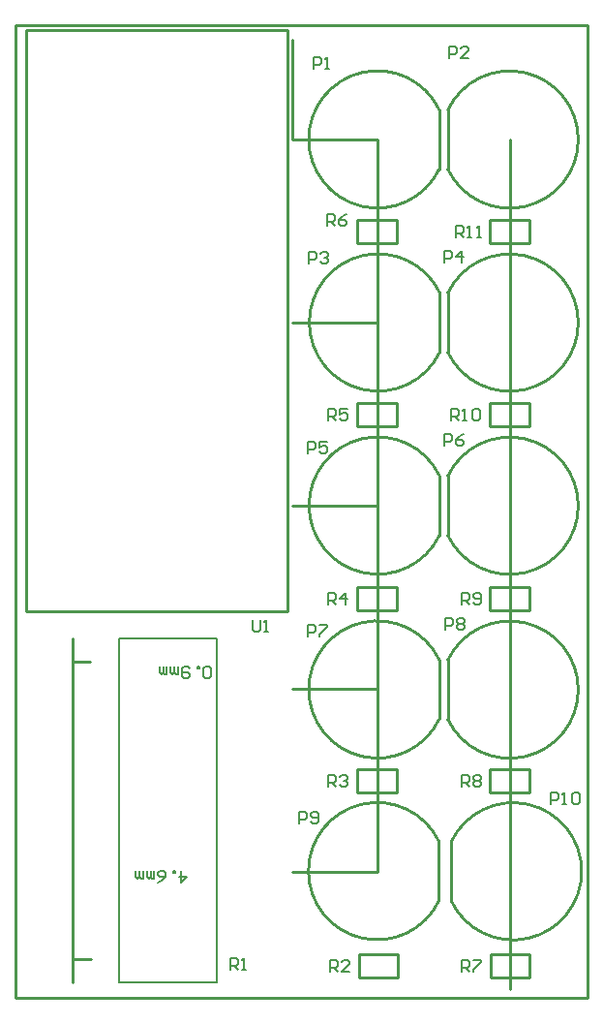
<source format=gto>
G04*
G04 #@! TF.GenerationSoftware,Altium Limited,Altium Designer,19.1.8 (144)*
G04*
G04 Layer_Color=65535*
%FSLAX25Y25*%
%MOIN*%
G70*
G01*
G75*
%ADD10C,0.01000*%
%ADD11C,0.00500*%
%ADD12C,0.00787*%
%ADD13C,0.00800*%
D10*
X542496Y678861D02*
G03*
X542496Y699356I21283J10248D01*
G01*
X539492Y699421D02*
G03*
X539492Y678926I-21283J-10248D01*
G01*
X542496Y615869D02*
G03*
X542496Y636364I21283J10248D01*
G01*
X539689Y636429D02*
G03*
X539689Y615933I-21283J-10248D01*
G01*
X542496Y552877D02*
G03*
X542496Y573372I21283J10248D01*
G01*
X539591Y573437D02*
G03*
X539591Y552941I-21283J-10248D01*
G01*
X542496Y489589D02*
G03*
X542496Y510085I21283J10248D01*
G01*
X539492Y510149D02*
G03*
X539492Y489654I-21283J-10248D01*
G01*
X539394Y447649D02*
G03*
X539394Y427154I-21283J-10248D01*
G01*
X543677Y427089D02*
G03*
X543677Y447585I21283J10248D01*
G01*
X542520Y678872D02*
Y699345D01*
X539468Y678937D02*
Y699409D01*
X542520Y615880D02*
Y636353D01*
X539665Y615945D02*
Y636417D01*
X542520Y552888D02*
Y573361D01*
X539567Y552953D02*
Y573425D01*
X542520Y489601D02*
Y510073D01*
X539468Y489665D02*
Y510138D01*
X539370Y427165D02*
Y447638D01*
X543701Y427101D02*
Y447573D01*
X413189Y399213D02*
Y517323D01*
X413189Y407087D02*
Y509449D01*
Y407087D02*
X419488D01*
X413189Y509449D02*
X419095D01*
X563779Y396654D02*
Y689075D01*
X488976Y437205D02*
X518307D01*
Y500197D01*
X524860Y653480D02*
Y661480D01*
X511360D02*
X524860D01*
X511360Y653480D02*
Y661480D01*
Y653480D02*
X524860D01*
X488976Y500197D02*
X518307D01*
X488976Y689173D02*
X518307D01*
X488976Y626181D02*
X518307D01*
X488976Y563189D02*
X518307D01*
Y626181D02*
Y689173D01*
Y500197D02*
Y563189D01*
Y626181D01*
X488976Y689173D02*
Y723622D01*
X511754Y400724D02*
Y408724D01*
Y400724D02*
X525254D01*
Y408724D01*
X511754D02*
X525254D01*
X557036Y661480D02*
X570536D01*
Y653480D02*
Y661480D01*
X557036Y653480D02*
X570536D01*
X557036D02*
Y661480D01*
Y598488D02*
X570536D01*
Y590488D02*
Y598488D01*
X557036Y590488D02*
X570536D01*
X557036D02*
Y598488D01*
Y535103D02*
X570536D01*
Y527103D02*
Y535103D01*
X557036Y527103D02*
X570536D01*
X557036D02*
Y535103D01*
Y472504D02*
X570536D01*
Y464504D02*
Y472504D01*
X557036Y464504D02*
X570536D01*
X557036D02*
Y472504D01*
X557121Y408724D02*
X570621D01*
Y400724D02*
Y408724D01*
X557121Y400724D02*
X570621D01*
X557121D02*
Y408724D01*
X397362Y726823D02*
X487362D01*
Y526823D02*
Y726823D01*
X397362Y526823D02*
X487362D01*
X397362D02*
Y726823D01*
X511360Y472504D02*
X524860D01*
Y464504D02*
Y472504D01*
X511360Y464504D02*
X524860D01*
X511360D02*
Y472504D01*
Y598488D02*
X524860D01*
Y590488D02*
Y598488D01*
X511360Y590488D02*
X524860D01*
X511360D02*
Y598488D01*
Y535103D02*
X524860D01*
Y527103D02*
Y535103D01*
X511360Y527103D02*
X524860D01*
X511360D02*
Y535103D01*
X393701Y393701D02*
Y728346D01*
X590551D01*
Y393701D02*
Y728346D01*
X393701Y393701D02*
X590551D01*
D11*
X462795Y517323D02*
X462795Y399213D01*
X429331D02*
X462795D01*
X429331D02*
Y517323D01*
X462795D01*
D12*
X450591Y437402D02*
Y433466D01*
X452559Y435434D01*
X449935D01*
X448623Y437402D02*
Y436746D01*
X447967D01*
Y437402D01*
X448623D01*
X442720Y433466D02*
X444032Y434122D01*
X445343Y435434D01*
Y436746D01*
X444688Y437402D01*
X443376D01*
X442720Y436746D01*
Y436090D01*
X443376Y435434D01*
X445343D01*
X441408Y437402D02*
Y434778D01*
X440752D01*
X440096Y435434D01*
Y437402D01*
Y435434D01*
X439440Y434778D01*
X438784Y435434D01*
Y437402D01*
X437472D02*
Y434778D01*
X436816D01*
X436160Y435434D01*
Y437402D01*
Y435434D01*
X435504Y434778D01*
X434848Y435434D01*
Y437402D01*
X460827Y504594D02*
X460171Y503938D01*
X458859D01*
X458203Y504594D01*
Y507218D01*
X458859Y507874D01*
X460171D01*
X460827Y507218D01*
Y504594D01*
X456891Y507874D02*
Y507218D01*
X456235D01*
Y507874D01*
X456891D01*
X453611Y507218D02*
X452955Y507874D01*
X451643D01*
X450987Y507218D01*
Y504594D01*
X451643Y503938D01*
X452955D01*
X453611Y504594D01*
Y505250D01*
X452955Y505906D01*
X450987D01*
X449676Y507874D02*
Y505250D01*
X449019D01*
X448364Y505906D01*
Y507874D01*
Y505906D01*
X447708Y505250D01*
X447052Y505906D01*
Y507874D01*
X445740D02*
Y505250D01*
X445084D01*
X444428Y505906D01*
Y507874D01*
Y505906D01*
X443772Y505250D01*
X443116Y505906D01*
Y507874D01*
D13*
X547156Y402713D02*
Y406712D01*
X549155D01*
X549822Y406046D01*
Y404713D01*
X549155Y404046D01*
X547156D01*
X548489D02*
X549822Y402713D01*
X551155Y406712D02*
X553820D01*
Y406046D01*
X551155Y403380D01*
Y402713D01*
X545107Y655470D02*
Y659469D01*
X547107D01*
X547773Y658802D01*
Y657469D01*
X547107Y656803D01*
X545107D01*
X546440D02*
X547773Y655470D01*
X549106D02*
X550439D01*
X549772D01*
Y659469D01*
X549106Y658802D01*
X552438Y655470D02*
X553771D01*
X553105D01*
Y659469D01*
X552438Y658802D01*
X543720Y592470D02*
Y596469D01*
X545719D01*
X546386Y595802D01*
Y594469D01*
X545719Y593803D01*
X543720D01*
X545053D02*
X546386Y592470D01*
X547719D02*
X549052D01*
X548385D01*
Y596469D01*
X547719Y595802D01*
X551051D02*
X551718Y596469D01*
X553050D01*
X553717Y595802D01*
Y593137D01*
X553050Y592470D01*
X551718D01*
X551051Y593137D01*
Y595802D01*
X547120Y529076D02*
Y533075D01*
X549119D01*
X549786Y532409D01*
Y531076D01*
X549119Y530409D01*
X547120D01*
X548453D02*
X549786Y529076D01*
X551118Y529743D02*
X551785Y529076D01*
X553118D01*
X553784Y529743D01*
Y532409D01*
X553118Y533075D01*
X551785D01*
X551118Y532409D01*
Y531742D01*
X551785Y531076D01*
X553784D01*
X547108Y466476D02*
Y470475D01*
X549107D01*
X549773Y469809D01*
Y468476D01*
X549107Y467809D01*
X547108D01*
X548440D02*
X549773Y466476D01*
X551106Y469809D02*
X551773Y470475D01*
X553106D01*
X553772Y469809D01*
Y469142D01*
X553106Y468476D01*
X553772Y467809D01*
Y467143D01*
X553106Y466476D01*
X551773D01*
X551106Y467143D01*
Y467809D01*
X551773Y468476D01*
X551106Y469142D01*
Y469809D01*
X551773Y468476D02*
X553106D01*
X577756Y460630D02*
Y464629D01*
X579755D01*
X580422Y463962D01*
Y462629D01*
X579755Y461963D01*
X577756D01*
X581755Y460630D02*
X583087D01*
X582421D01*
Y464629D01*
X581755Y463962D01*
X585087D02*
X585753Y464629D01*
X587086D01*
X587753Y463962D01*
Y461296D01*
X587086Y460630D01*
X585753D01*
X585087Y461296D01*
Y463962D01*
X467520Y403543D02*
Y407542D01*
X469519D01*
X470186Y406876D01*
Y405543D01*
X469519Y404876D01*
X467520D01*
X468853D02*
X470186Y403543D01*
X471518D02*
X472851D01*
X472185D01*
Y407542D01*
X471518Y406876D01*
X491339Y453937D02*
Y457936D01*
X493338D01*
X494004Y457269D01*
Y455936D01*
X493338Y455270D01*
X491339D01*
X495337Y454603D02*
X496004Y453937D01*
X497337D01*
X498003Y454603D01*
Y457269D01*
X497337Y457936D01*
X496004D01*
X495337Y457269D01*
Y456603D01*
X496004Y455936D01*
X498003D01*
X494095Y518110D02*
Y522109D01*
X496094D01*
X496760Y521443D01*
Y520110D01*
X496094Y519443D01*
X494095D01*
X498093Y522109D02*
X500759D01*
Y521443D01*
X498093Y518777D01*
Y518110D01*
X501395Y466483D02*
Y470481D01*
X503394D01*
X504060Y469815D01*
Y468482D01*
X503394Y467816D01*
X501395D01*
X502727D02*
X504060Y466483D01*
X505393Y469815D02*
X506060Y470481D01*
X507393D01*
X508059Y469815D01*
Y469148D01*
X507393Y468482D01*
X506726D01*
X507393D01*
X508059Y467816D01*
Y467149D01*
X507393Y466483D01*
X506060D01*
X505393Y467149D01*
X541732Y520472D02*
Y524471D01*
X543732D01*
X544398Y523805D01*
Y522472D01*
X543732Y521805D01*
X541732D01*
X545731Y523805D02*
X546397Y524471D01*
X547730D01*
X548397Y523805D01*
Y523138D01*
X547730Y522472D01*
X548397Y521805D01*
Y521139D01*
X547730Y520472D01*
X546397D01*
X545731Y521139D01*
Y521805D01*
X546397Y522472D01*
X545731Y523138D01*
Y523805D01*
X546397Y522472D02*
X547730D01*
X501776Y402726D02*
Y406725D01*
X503775D01*
X504441Y406058D01*
Y404725D01*
X503775Y404059D01*
X501776D01*
X503109D02*
X504441Y402726D01*
X508440D02*
X505774D01*
X508440Y405392D01*
Y406058D01*
X507774Y406725D01*
X506441D01*
X505774Y406058D01*
X500787Y659449D02*
Y663448D01*
X502787D01*
X503453Y662781D01*
Y661448D01*
X502787Y660782D01*
X500787D01*
X502120D02*
X503453Y659449D01*
X507452Y663448D02*
X506119Y662781D01*
X504786Y661448D01*
Y660115D01*
X505453Y659449D01*
X506785D01*
X507452Y660115D01*
Y660782D01*
X506785Y661448D01*
X504786D01*
X501400Y592483D02*
Y596481D01*
X503400D01*
X504066Y595815D01*
Y594482D01*
X503400Y593816D01*
X501400D01*
X502733D02*
X504066Y592483D01*
X508065Y596481D02*
X505399D01*
Y594482D01*
X506732Y595149D01*
X507398D01*
X508065Y594482D01*
Y593149D01*
X507398Y592483D01*
X506066D01*
X505399Y593149D01*
X501395Y529083D02*
Y533081D01*
X503394D01*
X504060Y532415D01*
Y531082D01*
X503394Y530416D01*
X501395D01*
X502727D02*
X504060Y529083D01*
X507393D02*
Y533081D01*
X505393Y531082D01*
X508059D01*
X494095Y581102D02*
Y585101D01*
X496094D01*
X496760Y584435D01*
Y583102D01*
X496094Y582435D01*
X494095D01*
X500759Y585101D02*
X498093D01*
Y583102D01*
X499426Y583768D01*
X500093D01*
X500759Y583102D01*
Y581769D01*
X500093Y581102D01*
X498760D01*
X498093Y581769D01*
X541339Y583661D02*
Y587660D01*
X543338D01*
X544004Y586994D01*
Y585661D01*
X543338Y584994D01*
X541339D01*
X548003Y587660D02*
X546670Y586994D01*
X545337Y585661D01*
Y584328D01*
X546004Y583661D01*
X547337D01*
X548003Y584328D01*
Y584994D01*
X547337Y585661D01*
X545337D01*
X494488Y646457D02*
Y650455D01*
X496488D01*
X497154Y649789D01*
Y648456D01*
X496488Y647790D01*
X494488D01*
X498487Y649789D02*
X499153Y650455D01*
X500486D01*
X501153Y649789D01*
Y649122D01*
X500486Y648456D01*
X499820D01*
X500486D01*
X501153Y647790D01*
Y647123D01*
X500486Y646457D01*
X499153D01*
X498487Y647123D01*
X541339Y646654D02*
Y650652D01*
X543338D01*
X544004Y649986D01*
Y648653D01*
X543338Y647986D01*
X541339D01*
X547337Y646654D02*
Y650652D01*
X545337Y648653D01*
X548003D01*
X496161Y713583D02*
Y717581D01*
X498161D01*
X498827Y716915D01*
Y715582D01*
X498161Y714916D01*
X496161D01*
X500160Y713583D02*
X501493D01*
X500827D01*
Y717581D01*
X500160Y716915D01*
X542913Y717061D02*
Y721060D01*
X544913D01*
X545579Y720394D01*
Y719061D01*
X544913Y718394D01*
X542913D01*
X549578Y717061D02*
X546912D01*
X549578Y719727D01*
Y720394D01*
X548911Y721060D01*
X547578D01*
X546912Y720394D01*
X475394Y523684D02*
Y520352D01*
X476060Y519685D01*
X477393D01*
X478059Y520352D01*
Y523684D01*
X479392Y519685D02*
X480725D01*
X480059D01*
Y523684D01*
X479392Y523017D01*
M02*

</source>
